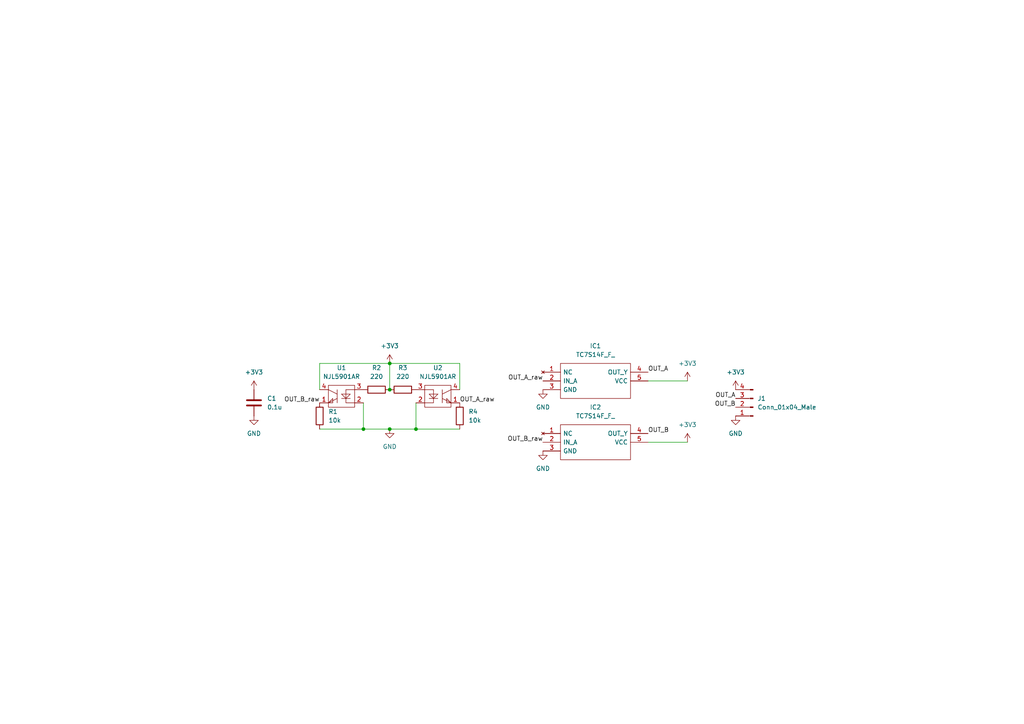
<source format=kicad_sch>
(kicad_sch (version 20211123) (generator eeschema)
  (paper "A4")
  (lib_symbols
    (symbol "Connector:Conn_01x04_Male" (pin_names (offset 1.016) hide)
      (property "Reference" "J" (at 0 5.08 0))
      (property "Value" "Conn_01x04_Male" (at 0 -7.62 0))
      (symbol "Conn_01x04_Male_1_1"
        (polyline (pts (xy 1.27 -5.08) (xy 0.8636 -5.08)) (stroke (width 0.1524)))
        (polyline (pts (xy 1.27 -2.54) (xy 0.8636 -2.54)) (stroke (width 0.1524)))
        (polyline (pts (xy 1.27 0) (xy 0.8636 0)) (stroke (width 0.1524)))
        (polyline (pts (xy 1.27 2.54) (xy 0.8636 2.54)) (stroke (width 0.1524)))
        (rectangle (start 0.8636 -4.953) (end 0 -5.207) (stroke (width 0.1524)) (fill (type outline)))
        (rectangle (start 0.8636 -2.413) (end 0 -2.667) (stroke (width 0.1524)) (fill (type outline)))
        (rectangle (start 0.8636 0.127) (end 0 -0.127) (stroke (width 0.1524)) (fill (type outline)))
        (rectangle (start 0.8636 2.667) (end 0 2.413) (stroke (width 0.1524)) (fill (type outline)))
        (pin passive line (at 5.08 2.54 180) (length 3.81) (name "Pin_1") (number "1"))
        (pin passive line (at 5.08 0 180) (length 3.81) (name "Pin_2") (number "2"))
        (pin passive line (at 5.08 -2.54 180) (length 3.81) (name "Pin_3") (number "3"))
        (pin passive line (at 5.08 -5.08 180) (length 3.81) (name "Pin_4") (number "4"))
      )
    )
    (symbol "Device:C" (pin_numbers hide) (pin_names (offset 0.254))
      (property "Reference" "C" (at 0.635 2.54 0))
      (property "Value" "C" (at 0.635 -2.54 0))
      (symbol "C_0_1"
        (polyline (pts (xy -2.032 -0.762) (xy 2.032 -0.762)) (stroke (width 0.508)))
        (polyline (pts (xy -2.032 0.762) (xy 2.032 0.762)) (stroke (width 0.508)))
      )
      (symbol "C_1_1"
        (pin passive line (at 0 3.81 270) (length 2.794) (name "~") (number "1"))
        (pin passive line (at 0 -3.81 90) (length 2.794) (name "~") (number "2"))
      )
    )
    (symbol "Device:R" (pin_numbers hide) (pin_names (offset 0))
      (property "Reference" "R" (at 2.032 0 90))
      (property "Value" "R" (at 0 0 90))
      (symbol "R_0_1"
        (rectangle (start -1.016 -2.54) (end 1.016 2.54) (stroke (width 0.254)))
      )
      (symbol "R_1_1"
        (pin passive line (at 0 3.81 270) (length 1.27) (name "~") (number "1"))
        (pin passive line (at 0 -3.81 90) (length 1.27) (name "~") (number "2"))
      )
    )
    (symbol "SamacSys_Parts:TC7S14F_F_" (pin_names (offset 0.762))
      (property "Reference" "IC" (at 26.67 7.62 0))
      (property "Value" "TC7S14F_F_" (at 26.67 5.08 0))
      (symbol "TC7S14F_F__0_0"
        (pin no_connect line (at 0 0 0) (length 5.08) (name "NC") (number "1"))
        (pin passive line (at 0 -2.54 0) (length 5.08) (name "IN_A") (number "2"))
        (pin passive line (at 0 -5.08 0) (length 5.08) (name "GND") (number "3"))
        (pin passive line (at 30.48 0 180) (length 5.08) (name "OUT_Y") (number "4"))
        (pin passive line (at 30.48 -2.54 180) (length 5.08) (name "VCC") (number "5"))
      )
      (symbol "TC7S14F_F__0_1"
        (polyline (pts (xy 5.08 2.54) (xy 25.4 2.54) (xy 25.4 -7.62) (xy 5.08 -7.62) (xy 5.08 2.54)) (stroke (width 0.1524)))
      )
    )
    (symbol "power:+3V3" (power) (pin_names (offset 0))
      (property "Value" "+3V3" (at 0 3.556 0))
      (symbol "+3V3_0_1"
        (polyline (pts (xy -0.762 1.27) (xy 0 2.54)))
        (polyline (pts (xy 0 0) (xy 0 2.54)))
        (polyline (pts (xy 0 2.54) (xy 0.762 1.27)))
      )
      (symbol "+3V3_1_1"
        (pin power_in line (at 0 0 90) (length 0) hide (name "+3V3") (number "1"))
      )
    )
    (symbol "power:GND" (power) (pin_names (offset 0))
      (property "Value" "GND" (at 0 -3.81 0))
      (symbol "GND_0_1"
        (polyline (pts (xy 0 0) (xy 0 -1.27) (xy 1.27 -1.27) (xy 0 -2.54) (xy -1.27 -1.27) (xy 0 -1.27)))
      )
      (symbol "GND_1_1"
        (pin power_in line (at 0 0 270) (length 0) hide (name "GND") (number "1"))
      )
    )
    (symbol "tanekonsat:NJL5901AR"
      (property "Reference" "U" (at -3.81 0 0))
      (property "Value" "NJL5901AR" (at 0 -2.54 0))
      (symbol "NJL5901AR_0_1"
        (polyline (pts (xy 3.81 5.08) (xy 1.27 3.81)))
        (polyline (pts (xy 3.81 6.35) (xy 1.27 7.62)))
        (polyline (pts (xy 3.81 7.62) (xy 3.81 3.81)))
        (polyline (pts (xy 6.35 7.62) (xy 8.89 7.62)))
        (polyline (pts (xy 7.62 5.08) (xy 5.08 5.08)))
        (polyline (pts (xy 6.35 7.62) (xy 6.35 3.81) (xy 8.89 3.81)))
        (polyline (pts (xy 1.27 3.81) (xy 2.54 3.81) (xy 2.54 5.08) (xy 1.27 3.81)))
        (polyline (pts (xy 5.08 6.35) (xy 7.62 6.35) (xy 6.35 5.08) (xy 5.08 6.35)))
        (rectangle (start 1.27 8.89) (end 8.89 2.54))
      )
      (symbol "NJL5901AR_1_1"
        (pin input line (at -1.27 3.81 0) (length 2.54) (name "") (number "1"))
        (pin input line (at 11.43 3.81 180) (length 2.54) (name "") (number "2"))
        (pin input line (at 11.43 7.62 180) (length 2.54) (name "") (number "3"))
        (pin input line (at -1.27 7.62 0) (length 2.54) (name "") (number "4"))
      )
    )
  )
  (junction (at 113.03 105.41))
  (junction (at 105.41 124.46))
  (junction (at 120.65 124.46))
  (junction (at 113.03 124.46))
  (junction (at 113.03 113.03))
  (wire (pts (xy 92.71 105.41) (xy 113.03 105.41)))
  (wire (pts (xy 199.39 128.27) (xy 187.96 128.27)))
  (wire (pts (xy 113.03 105.41) (xy 133.35 105.41)))
  (wire (pts (xy 199.39 110.49) (xy 187.96 110.49)))
  (wire (pts (xy 92.71 113.03) (xy 92.71 105.41)))
  (wire (pts (xy 120.65 116.84) (xy 120.65 124.46)))
  (wire (pts (xy 133.35 113.03) (xy 133.35 105.41)))
  (wire (pts (xy 105.41 116.84) (xy 105.41 124.46)))
  (wire (pts (xy 113.03 124.46) (xy 120.65 124.46)))
  (wire (pts (xy 92.71 124.46) (xy 105.41 124.46)))
  (wire (pts (xy 113.03 105.41) (xy 113.03 113.03)))
  (wire (pts (xy 120.65 124.46) (xy 133.35 124.46)))
  (wire (pts (xy 105.41 124.46) (xy 113.03 124.46)))
  (label "OUT_B_raw" (at 92.71 116.84 180))
  (label "OUT_B" (at 213.36 118.11 180))
  (label "OUT_A" (at 213.36 115.57 180))
  (label "OUT_A" (at 187.96 107.95 0))
  (label "OUT_B_raw" (at 157.48 128.27 180))
  (label "OUT_A_raw" (at 157.48 110.49 180))
  (label "OUT_A_raw" (at 133.35 116.84 0))
  (label "OUT_B" (at 187.96 125.73 0))
  (symbol (lib_id "SamacSys_Parts:TC7S14F_F_") (at 157.48 107.95 0) (unit 1)
    (property "Reference" "IC1" (at 172.72 100.33 0))
    (property "Value" "TC7S14F_F_" (at 172.72 102.87 0))
    (property "Footprint" "SamacSys_Parts:SOT95P275X140-5N" (effects hide))
    (property "Datasheet" "http://uk.rs-online.com/web/p/products/5400562" (effects hide))
    (property "Description" "Toshiba TC7S14F(F) Schmitt Trigger Inverter, 2  6 V, 5-Pin SSOP" (effects hide))
    (property "Height" "1.4" (effects hide))
    (property "Manufacturer_Name" "Toshiba" (effects hide))
    (property "Manufacturer_Part_Number" "TC7S14F(F)" (effects hide))
  )
  (symbol (lib_id "power:GND") (at 213.36 120.65 0) (unit 1)
    (property "Reference" "#PWR0106" (effects hide))
    (property "Value" "GND" (at 213.36 125.73 0))
  )
  (symbol (lib_id "power:+3V3") (at 73.66 113.03 0) (unit 1)
    (property "Reference" "#PWR0110" (effects hide))
    (property "Value" "+3V3" (at 73.66 107.95 0))
  )
  (symbol (lib_id "tanekonsat:NJL5901AR") (at 132.08 120.65 0) (mirror y) (unit 1)
    (property "Reference" "U2" (at 127 106.68 0))
    (property "Value" "NJL5901AR" (at 127 109.22 0))
    (property "Footprint" "SamacSys_Parts:NJL5901AR1TE1" (effects hide))
  )
  (symbol (lib_id "power:GND") (at 113.03 124.46 0) (unit 1)
    (property "Reference" "#PWR0101" (effects hide))
    (property "Value" "GND" (at 113.03 129.54 0))
  )
  (symbol (lib_id "Device:C") (at 73.66 116.84 0) (unit 1)
    (property "Reference" "C1" (at 77.47 115.5699 0) (effects (justify left)))
    (property "Value" "0.1u" (at 77.47 118.1099 0) (effects (justify left)))
    (property "Footprint" "Capacitor_SMD:C_0603_1608Metric" (effects hide))
  )
  (symbol (lib_id "power:+3V3") (at 113.03 105.41 0) (unit 1)
    (property "Reference" "#PWR0104" (effects hide))
    (property "Value" "+3V3" (at 113.03 100.33 0))
  )
  (symbol (lib_id "Connector:Conn_01x04_Male") (at 218.44 118.11 180) (unit 1)
    (property "Reference" "J1" (at 219.71 115.5699 0) (effects (justify right)))
    (property "Value" "Conn_01x04_Male" (at 219.71 118.1099 0) (effects (justify right)))
    (property "Footprint" "Connector_PinHeader_1.27mm:PinHeader_1x04_P1.27mm_Vertical" (effects hide))
  )
  (symbol (lib_id "power:+3V3") (at 199.39 110.49 0) (unit 1)
    (property "Reference" "#PWR0108" (effects hide))
    (property "Value" "+3V3" (at 199.39 105.41 0))
  )
  (symbol (lib_id "Device:R") (at 92.71 120.65 0) (unit 1)
    (property "Reference" "R1" (at 95.25 119.3799 0) (effects (justify left)))
    (property "Value" "10k" (at 95.25 121.9199 0) (effects (justify left)))
    (property "Footprint" "Resistor_SMD:R_0603_1608Metric" (effects hide))
  )
  (symbol (lib_id "power:GND") (at 157.48 113.03 0) (unit 1)
    (property "Reference" "#PWR0103" (effects hide))
    (property "Value" "GND" (at 157.48 118.11 0))
  )
  (symbol (lib_id "Device:R") (at 116.84 113.03 90) (unit 1)
    (property "Reference" "R3" (at 116.84 106.68 90))
    (property "Value" "220" (at 116.84 109.22 90))
    (property "Footprint" "Resistor_SMD:R_0603_1608Metric" (effects hide))
  )
  (symbol (lib_id "SamacSys_Parts:TC7S14F_F_") (at 157.48 125.73 0) (unit 1)
    (property "Reference" "IC2" (at 172.72 118.11 0))
    (property "Value" "TC7S14F_F_" (at 172.72 120.65 0))
    (property "Footprint" "SamacSys_Parts:SOT95P275X140-5N" (effects hide))
    (property "Datasheet" "http://uk.rs-online.com/web/p/products/5400562" (effects hide))
    (property "Description" "Toshiba TC7S14F(F) Schmitt Trigger Inverter, 2  6 V, 5-Pin SSOP" (effects hide))
    (property "Height" "1.4" (effects hide))
    (property "Manufacturer_Name" "Toshiba" (effects hide))
    (property "Manufacturer_Part_Number" "TC7S14F(F)" (effects hide))
  )
  (symbol (lib_id "Device:R") (at 133.35 120.65 0) (unit 1)
    (property "Reference" "R4" (at 135.89 119.3799 0) (effects (justify left)))
    (property "Value" "10k" (at 135.89 121.9199 0) (effects (justify left)))
    (property "Footprint" "Resistor_SMD:R_0603_1608Metric" (effects hide))
  )
  (symbol (lib_id "power:+3V3") (at 199.39 128.27 0) (unit 1)
    (property "Reference" "#PWR0105" (effects hide))
    (property "Value" "+3V3" (at 199.39 123.19 0))
  )
  (symbol (lib_id "power:+3V3") (at 213.36 113.03 0) (unit 1)
    (property "Reference" "#PWR0107" (effects hide))
    (property "Value" "+3V3" (at 213.36 107.95 0))
  )
  (symbol (lib_id "power:GND") (at 157.48 130.81 0) (unit 1)
    (property "Reference" "#PWR0102" (effects hide))
    (property "Value" "GND" (at 157.48 135.89 0))
  )
  (symbol (lib_id "tanekonsat:NJL5901AR") (at 93.98 120.65 0) (unit 1)
    (property "Reference" "U1" (at 99.06 106.68 0))
    (property "Value" "NJL5901AR" (at 99.06 109.22 0))
    (property "Footprint" "SamacSys_Parts:NJL5901AR1TE1" (effects hide))
  )
  (symbol (lib_id "power:GND") (at 73.66 120.65 0) (unit 1)
    (property "Reference" "#PWR0109" (effects hide))
    (property "Value" "GND" (at 73.66 125.73 0))
  )
  (symbol (lib_id "Device:R") (at 109.22 113.03 270) (unit 1)
    (property "Reference" "R2" (at 109.22 106.68 90))
    (property "Value" "220" (at 109.22 109.22 90))
    (property "Footprint" "Resistor_SMD:R_0603_1608Metric" (effects hide))
  )
)
</source>
